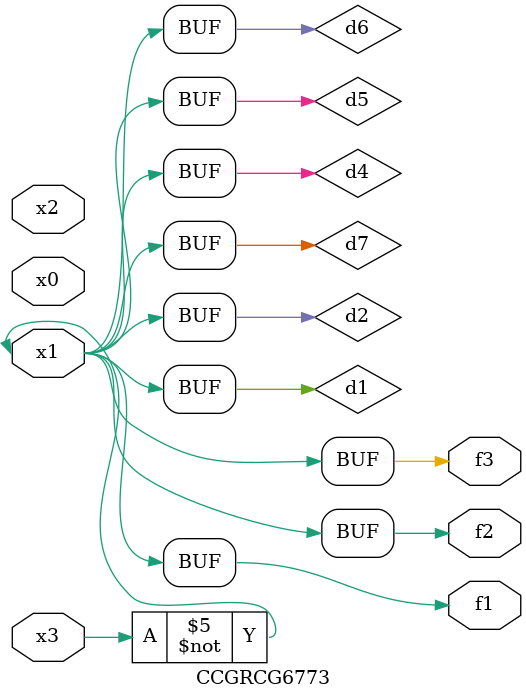
<source format=v>
module CCGRCG6773(
	input x0, x1, x2, x3,
	output f1, f2, f3
);

	wire d1, d2, d3, d4, d5, d6, d7;

	not (d1, x3);
	buf (d2, x1);
	xnor (d3, d1, d2);
	nor (d4, d1);
	buf (d5, d1, d2);
	buf (d6, d4, d5);
	nand (d7, d4);
	assign f1 = d6;
	assign f2 = d7;
	assign f3 = d6;
endmodule

</source>
